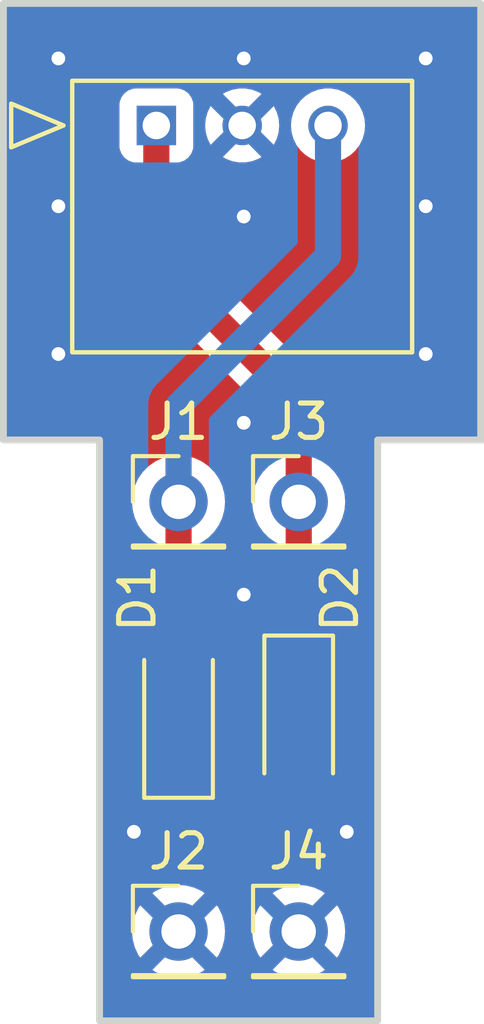
<source format=kicad_pcb>
(kicad_pcb (version 20221018) (generator pcbnew)
  (layers (0 "F.Cu" signal) (31 "B.Cu" signal) (34 "B.Paste" user) (35 "F.Paste" user) (36 "B.SilkS" user "B.Silkscreen") (37 "F.SilkS" user "F.Silkscreen") (38 "B.Mask" user) (39 "F.Mask" user) (44 "Edge.Cuts" user))
  (net 0 "")
  (net 1 "GNDPWR")
  (net 2 "-15V")
  (net 3 "+15V")
  (footprint "Connector_PinHeader_2.54mm:PinHeader_1x01_P2.54mm_Vertical" (layer "F.Cu") (at 153.5 80)
    (fp_text reference "J3" (at 0 -2.33) (layer "F.SilkS"))
    (fp_text value "Conn_01x01_Pin" hide)
    (fp_line (start -1.33 -1.33) (end 0 -1.33) (stroke (width 0.12)) (layer "F.SilkS"))
    (fp_line (start -1.33 0) (end -1.33 -1.33) (stroke (width 0.12)) (layer "F.SilkS"))
    (fp_line (start -1.33 1.27) (end -1.33 1.33) (stroke (width 0.12)) (layer "F.SilkS"))
    (fp_line (start -1.33 1.27) (end 1.33 1.27) (stroke (width 0.12)) (layer "F.SilkS"))
    (fp_line (start -1.33 1.33) (end 1.33 1.33) (stroke (width 0.12)) (layer "F.SilkS"))
    (fp_line (start 1.33 1.27) (end 1.33 1.33) (stroke (width 0.12)) (layer "F.SilkS"))
    (pad "1" thru_hole circle (at 0 0) (size 1.7 1.7) (drill 1) (layers "*.Cu" "*.Mask") (net 3 "+15V"))
  )
  (footprint "Diode_SMD:D_SOD-123" (layer "F.Cu") (at 150 86.25 90)
    (fp_text reference "D1" (at 3.45 -1.2 90) (layer "F.SilkS"))
    (fp_text value "MMSZ5245B-E3-08" hide)
    (fp_line (start -2.36 -1) (end -2.36 1) (stroke (width 0.12)) (layer "F.SilkS"))
    (fp_line (start -2.36 -1) (end 1.65 -1) (stroke (width 0.12)) (layer "F.SilkS"))
    (fp_line (start -2.36 1) (end 1.65 1) (stroke (width 0.12)) (layer "F.SilkS"))
    (pad "1" smd roundrect (at -1.65 0 90) (size 0.9 1.2) (layers "F.Cu" "F.Paste" "F.Mask") (net 1 "GNDPWR"))
    (pad "2" smd roundrect (at 1.65 0 90) (size 0.9 1.2) (layers "F.Cu" "F.Paste" "F.Mask") (net 2 "-15V"))
  )
  (footprint "Diode_SMD:D_SOD-123" (layer "F.Cu") (at 153.5 86.25 -90)
    (fp_text reference "D2" (at -3.45 -1.2 90) (layer "F.SilkS"))
    (fp_text value "MMSZ5245B-E3-08" hide)
    (fp_line (start -2.36 -1) (end -2.36 1) (stroke (width 0.12)) (layer "F.SilkS"))
    (fp_line (start -2.36 -1) (end 1.65 -1) (stroke (width 0.12)) (layer "F.SilkS"))
    (fp_line (start -2.36 1) (end 1.65 1) (stroke (width 0.12)) (layer "F.SilkS"))
    (pad "1" smd roundrect (at -1.65 0 270) (size 0.9 1.2) (layers "F.Cu" "F.Paste" "F.Mask") (net 3 "+15V"))
    (pad "2" smd roundrect (at 1.65 0 270) (size 0.9 1.2) (layers "F.Cu" "F.Paste" "F.Mask") (net 1 "GNDPWR"))
  )
  (footprint "Connector_PinHeader_2.54mm:PinHeader_1x01_P2.54mm_Vertical" (layer "F.Cu") (at 150 80)
    (fp_text reference "J1" (at 0 -2.33) (layer "F.SilkS"))
    (fp_text value "Conn_01x01_Pin" hide)
    (fp_line (start -1.33 -1.33) (end 0 -1.33) (stroke (width 0.12)) (layer "F.SilkS"))
    (fp_line (start -1.33 0) (end -1.33 -1.33) (stroke (width 0.12)) (layer "F.SilkS"))
    (fp_line (start -1.33 1.27) (end -1.33 1.33) (stroke (width 0.12)) (layer "F.SilkS"))
    (fp_line (start -1.33 1.27) (end 1.33 1.27) (stroke (width 0.12)) (layer "F.SilkS"))
    (fp_line (start -1.33 1.33) (end 1.33 1.33) (stroke (width 0.12)) (layer "F.SilkS"))
    (fp_line (start 1.33 1.27) (end 1.33 1.33) (stroke (width 0.12)) (layer "F.SilkS"))
    (pad "1" thru_hole circle (at 0 0) (size 1.7 1.7) (drill 1) (layers "*.Cu" "*.Mask") (net 2 "-15V"))
  )
  (footprint "ADG1236YCPZ-REEL7:CON_22057035_MOL" (layer "F.Cu") (at 149.354 69.050001)
    (fp_text reference "J5" hide)
    (fp_text value "22057035" hide)
    (fp_line (start -4.22799 -0.635) (end -4.22799 0.635) (stroke (width 0.127)) (layer "F.SilkS"))
    (fp_line (start -4.22799 0.635) (end -2.70399 0) (stroke (width 0.127)) (layer "F.SilkS"))
    (fp_line (start -2.70399 0) (end -4.22799 -0.635) (stroke (width 0.127)) (layer "F.SilkS"))
    (fp_line (start -2.44999 -1.3) (end -2.44999 6.599999) (stroke (width 0.127)) (layer "F.SilkS"))
    (fp_line (start -2.44999 6.599999) (end 7.44999 6.599999) (stroke (width 0.127)) (layer "F.SilkS"))
    (fp_line (start 7.44999 -1.3) (end -2.44999 -1.3) (stroke (width 0.127)) (layer "F.SilkS"))
    (fp_line (start 7.44999 6.599999) (end 7.44999 -1.3) (stroke (width 0.127)) (layer "F.SilkS"))
    (pad "1" thru_hole rect (at 0 0) (size 1.15 1.15) (drill 0.8) (layers "*.Cu" "*.Mask") (net 3 "+15V"))
    (pad "2" thru_hole circle (at 2.5 0) (size 1.15 1.15) (drill 0.8) (layers "*.Cu" "*.Mask") (net 1 "GNDPWR"))
    (pad "3" thru_hole circle (at 5 0) (size 1.15 1.15) (drill 0.8) (layers "*.Cu" "*.Mask") (net 2 "-15V"))
  )
  (footprint "Connector_PinHeader_2.54mm:PinHeader_1x01_P2.54mm_Vertical" (layer "F.Cu") (at 153.5 92.5)
    (fp_text reference "J4" (at 0 -2.33) (layer "F.SilkS"))
    (fp_text value "Conn_01x01_Pin" hide)
    (fp_line (start -1.33 -1.33) (end 0 -1.33) (stroke (width 0.12)) (layer "F.SilkS"))
    (fp_line (start -1.33 0) (end -1.33 -1.33) (stroke (width 0.12)) (layer "F.SilkS"))
    (fp_line (start -1.33 1.27) (end -1.33 1.33) (stroke (width 0.12)) (layer "F.SilkS"))
    (fp_line (start -1.33 1.27) (end 1.33 1.27) (stroke (width 0.12)) (layer "F.SilkS"))
    (fp_line (start -1.33 1.33) (end 1.33 1.33) (stroke (width 0.12)) (layer "F.SilkS"))
    (fp_line (start 1.33 1.27) (end 1.33 1.33) (stroke (width 0.12)) (layer "F.SilkS"))
    (pad "1" thru_hole circle (at 0 0) (size 1.7 1.7) (drill 1) (layers "*.Cu" "*.Mask") (net 1 "GNDPWR"))
  )
  (footprint "Connector_PinHeader_2.54mm:PinHeader_1x01_P2.54mm_Vertical" (layer "F.Cu") (at 150 92.5)
    (fp_text reference "J2" (at 0 -2.33) (layer "F.SilkS"))
    (fp_text value "Conn_01x01_Pin" hide)
    (fp_line (start -1.33 -1.33) (end 0 -1.33) (stroke (width 0.12)) (layer "F.SilkS"))
    (fp_line (start -1.33 0) (end -1.33 -1.33) (stroke (width 0.12)) (layer "F.SilkS"))
    (fp_line (start -1.33 1.27) (end -1.33 1.33) (stroke (width 0.12)) (layer "F.SilkS"))
    (fp_line (start -1.33 1.27) (end 1.33 1.27) (stroke (width 0.12)) (layer "F.SilkS"))
    (fp_line (start -1.33 1.33) (end 1.33 1.33) (stroke (width 0.12)) (layer "F.SilkS"))
    (fp_line (start 1.33 1.27) (end 1.33 1.33) (stroke (width 0.12)) (layer "F.SilkS"))
    (pad "1" thru_hole circle (at 0 0) (size 1.7 1.7) (drill 1) (layers "*.Cu" "*.Mask") (net 1 "GNDPWR"))
  )
  (gr_poly (pts (xy 144.9 65.5) (xy 158.8 65.5) (xy 158.8 78.2) (xy 155.8 78.2) (xy 155.8 95.1) (xy 147.7 95.1) (xy 147.7 78.2) (xy 144.9 78.2)) (stroke (width 0.2)) (fill none) (layer "Edge.Cuts"))
  (via (at 151.9 67.1) (size 0.8) (drill 0.4) (layers "F.Cu" "B.Cu") (net 1))
  (via (at 146.5 75.7) (size 0.8) (drill 0.4) (layers "F.Cu" "B.Cu") (net 1))
  (via (at 146.5 67.1) (size 0.8) (drill 0.4) (layers "F.Cu" "B.Cu") (net 1))
  (via (at 148.7 89.6) (size 0.8) (drill 0.4) (layers "F.Cu" "B.Cu") (net 1))
  (via (at 151.9 82.7) (size 0.8) (drill 0.4) (layers "F.Cu" "B.Cu") (net 1))
  (via (at 151.9 77.7) (size 0.8) (drill 0.4) (layers "F.Cu" "B.Cu") (net 1))
  (via (at 157.2 71.4) (size 0.8) (drill 0.4) (layers "F.Cu" "B.Cu") (net 1))
  (via (at 157.2 67.1) (size 0.8) (drill 0.4) (layers "F.Cu" "B.Cu") (net 1))
  (via (at 154.9 89.6) (size 0.8) (drill 0.4) (layers "F.Cu" "B.Cu") (net 1))
  (via (at 151.9 71.7) (size 0.8) (drill 0.4) (layers "F.Cu" "B.Cu") (net 1))
  (via (at 157.2 75.7) (size 0.8) (drill 0.4) (layers "F.Cu" "B.Cu") (net 1))
  (via (at 146.5 71.4) (size 0.8) (drill 0.4) (layers "F.Cu" "B.Cu") (net 1))
  (segment (start 150 84.6) (end 150 80) (width 0.762) (layer "F.Cu") (net 2))
  (segment (start 150 80) (end 150 77.2) (width 0.762) (layer "B.Cu") (net 2))
  (segment (start 150 77.2) (end 154.354 72.846) (width 0.762) (layer "B.Cu") (net 2))
  (segment (start 154.354 72.846) (end 154.354 69.050001) (width 0.762) (layer "B.Cu") (net 2))
  (segment (start 153.5 77.1) (end 149.354 72.954) (width 0.762) (layer "F.Cu") (net 3))
  (segment (start 153.5 84.6) (end 153.5 80) (width 0.762) (layer "F.Cu") (net 3))
  (segment (start 149.354 72.954) (end 149.354 69.050001) (width 0.762) (layer "F.Cu") (net 3))
  (segment (start 153.5 80) (end 153.5 77.1) (width 0.762) (layer "F.Cu") (net 3))
  (zone (net 1) (net_name "GNDPWR") (layers "F&B.Cu") (connect_pads (clearance 0.5)) (min_thickness 0.25) (fill yes (thermal_gap 0.5) (thermal_bridge_width 0.5))
    (polygon (pts (xy 144.8 65.4) (xy 158.9 65.4) (xy 158.9 78.3) (xy 155.9 78.3) (xy 155.9 95.2) (xy 147.6 95.2) (xy 147.6 78.3) (xy 144.8 78.3)))
  )
)
</source>
